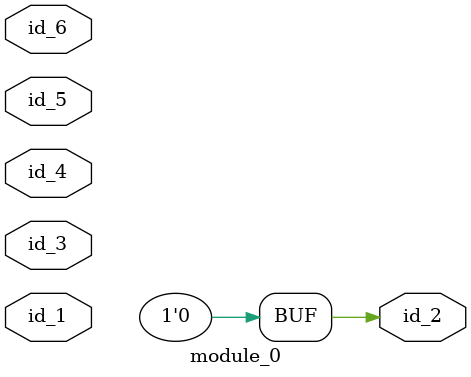
<source format=v>
`timescale 1ps / 1ps
module module_0 (
    id_1,
    id_2,
    id_3,
    id_4,
    id_5,
    id_6
);
  input id_6;
  input id_5;
  input id_4;
  input id_3;
  output id_2;
  input id_1;
  assign id_2 = 1'b0;
  id_7 id_8 (
      .id_5(id_6),
      .id_4(id_5),
      .id_2(id_1),
      .id_3(id_1),
      .id_4('b0)
  );
  id_9 id_10 (
      .id_6(id_4),
      .id_5(id_1),
      .id_3(id_2)
  );
endmodule

</source>
